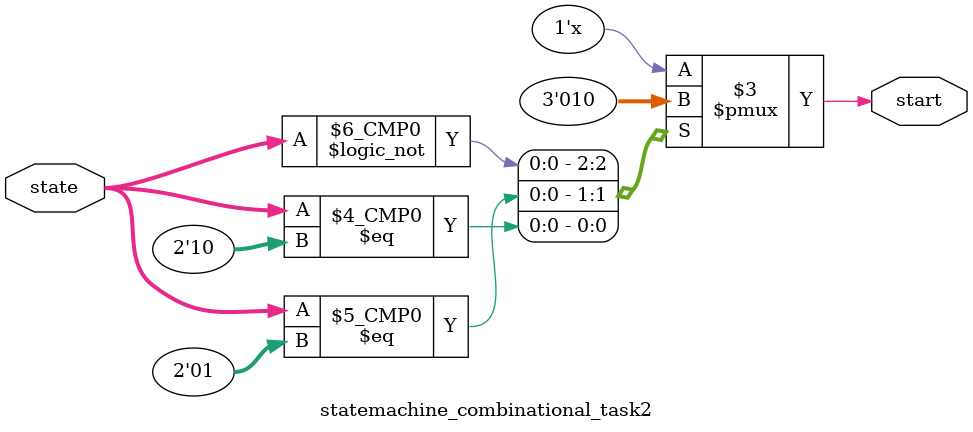
<source format=sv>
`define WAIT                2'b00 
`define START_ON            2'b01 
`define START_OFF           2'b10 

module task2(input logic CLOCK_50, input logic [3:0] KEY,
             input logic [9:0] SW, output logic [9:0] LEDR,
             output logic [6:0] HEX0, output logic [6:0] HEX1, output logic [6:0] HEX2,
             output logic [6:0] HEX3, output logic [6:0] HEX4, output logic [6:0] HEX5,
             output logic [7:0] VGA_R, output logic [7:0] VGA_G, output logic [7:0] VGA_B,
             output logic VGA_HS, output logic VGA_VS, output logic VGA_CLK,
             output logic [7:0] VGA_X, output logic [6:0] VGA_Y,
             output logic [2:0] VGA_COLOUR, output logic VGA_PLOT);

    logic reset;
    assign reset = KEY[3];

    logic [2:0] colour;
    logic start;
    logic done;

    logic [9:0] VGA_R_10;
    logic [9:0] VGA_G_10;
    logic [9:0] VGA_B_10;
    logic VGA_BLANK, VGA_SYNC;

    assign VGA_R = VGA_R_10[9:2];
    assign VGA_G = VGA_G_10[9:2];
    assign VGA_B = VGA_B_10[9:2];

    // instantiate and connect the VGA adapter and your module

        fillscreen fs(.clk(CLOCK_50), .rst_n(~reset), .colour(colour),
                  .start(start), .done(done),
                  .vga_x(VGA_X), .vga_y(VGA_Y),
                  .vga_colour(VGA_COLOUR), .vga_plot(VGA_PLOT));

        vga_adapter#(.RESOLUTION("160x120")) vga_u0(.resetn(~reset), 
                                            .clock(CLOCK_50), 
                                            .colour(VGA_COLOUR),
                                            .x(VGA_X), 
                                            .y(VGA_Y), 
                                            .plot(VGA_PLOT),
                                            .VGA_R(VGA_R_10), 
                                            .VGA_G(VGA_G_10),
                                            .VGA_B(VGA_B_10), 
                                            .VGA_HS(VGA_HS), 
                                            .VGA_VS(VGA_VS), 
                                            .VGA_BLANK(VGA_BLANK),
                                            .VGA_SYNC(VGA_SYNC), 
                                            .VGA_CLK(VGA_CLK));

        // vga_adapter#(.RESOLUTION("160x120")) vd(.resetn(reset), 
        //         .clock(CLOCK_50), 
        //         .colour(VGA_COLOUR),
        //         .x(VGA_X), .y(VGA_Y), .plot(VGA_PLOT),
        //         .VGA_R(VGA_R), 
        //         .VGA_G(VGA_G), 
        //         .VGA_B(VGA_B),
        //         .VGA_HS(VGA_HS), 
        //         .VGA_VS(VGA_VS),
        //         .VGA_BLANK(VGA_BLANK), 
        //         .VGA_SYNC(VGA_SYNC),
        //         .VGA_CLK(VGA_CLK));



    logic [1:0] state;

    statemachine_mooremachine_task2 mt2(CLOCK_50, reset, state, done);

    statemachine_combinational_task2 ct2(state, start);

endmodule: task2

module statemachine_mooremachine_task2(input logic CLOCK_50, input logic reset,
                                        output logic [1:0] state, input logic done);

    logic [1:0] present_state;

    always @(posedge CLOCK_50) begin

        if (reset) begin
            present_state = `WAIT;
        end else begin
            case(present_state)

                `WAIT: present_state = `START_ON;

                `START_ON: if (done == 1'b1) 
                            present_state = `START_OFF;
                            else
                            present_state = `START_ON;

                `START_OFF: present_state = `START_OFF;

                default: present_state = 2'bxx;

            endcase
        end

        state = present_state;

    end
endmodule

module statemachine_combinational_task2(input logic [1:0] state, 
                                        output logic start);

    always @(state) begin

            case(state)

            `WAIT: begin
                start <= 1'b0;
            end

            `START_ON: begin
                start <= 1'b1;
            end

            `START_OFF: begin
                start <= 1'b0;
            end

            default: begin
                start <= 1'bx;
            end

            endcase
    end

endmodule
</source>
